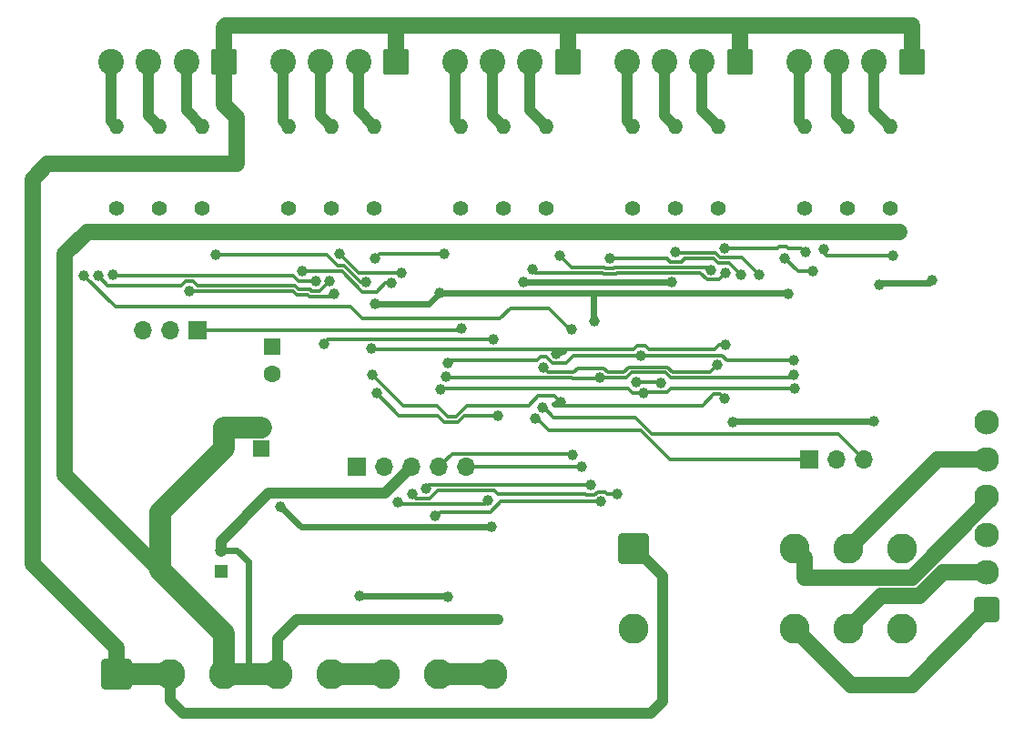
<source format=gbr>
%TF.GenerationSoftware,KiCad,Pcbnew,9.0.0*%
%TF.CreationDate,2025-03-26T17:15:45-07:00*%
%TF.ProjectId,SMRRC_SwitchAndSignal,534d5252-435f-4537-9769-746368416e64,n/c*%
%TF.SameCoordinates,Original*%
%TF.FileFunction,Copper,L2,Bot*%
%TF.FilePolarity,Positive*%
%FSLAX46Y46*%
G04 Gerber Fmt 4.6, Leading zero omitted, Abs format (unit mm)*
G04 Created by KiCad (PCBNEW 9.0.0) date 2025-03-26 17:15:45*
%MOMM*%
%LPD*%
G01*
G04 APERTURE LIST*
G04 Aperture macros list*
%AMRoundRect*
0 Rectangle with rounded corners*
0 $1 Rounding radius*
0 $2 $3 $4 $5 $6 $7 $8 $9 X,Y pos of 4 corners*
0 Add a 4 corners polygon primitive as box body*
4,1,4,$2,$3,$4,$5,$6,$7,$8,$9,$2,$3,0*
0 Add four circle primitives for the rounded corners*
1,1,$1+$1,$2,$3*
1,1,$1+$1,$4,$5*
1,1,$1+$1,$6,$7*
1,1,$1+$1,$8,$9*
0 Add four rect primitives between the rounded corners*
20,1,$1+$1,$2,$3,$4,$5,0*
20,1,$1+$1,$4,$5,$6,$7,0*
20,1,$1+$1,$6,$7,$8,$9,0*
20,1,$1+$1,$8,$9,$2,$3,0*%
G04 Aperture macros list end*
%TA.AperFunction,ComponentPad*%
%ADD10C,1.400000*%
%TD*%
%TA.AperFunction,ComponentPad*%
%ADD11O,1.400000X1.400000*%
%TD*%
%TA.AperFunction,ComponentPad*%
%ADD12C,2.800000*%
%TD*%
%TA.AperFunction,ComponentPad*%
%ADD13RoundRect,0.250000X-1.150000X-1.150000X1.150000X-1.150000X1.150000X1.150000X-1.150000X1.150000X0*%
%TD*%
%TA.AperFunction,ComponentPad*%
%ADD14RoundRect,0.250001X0.949999X0.949999X-0.949999X0.949999X-0.949999X-0.949999X0.949999X-0.949999X0*%
%TD*%
%TA.AperFunction,ComponentPad*%
%ADD15C,2.400000*%
%TD*%
%TA.AperFunction,ComponentPad*%
%ADD16RoundRect,0.250001X0.899999X-0.899999X0.899999X0.899999X-0.899999X0.899999X-0.899999X-0.899999X0*%
%TD*%
%TA.AperFunction,ComponentPad*%
%ADD17C,2.300000*%
%TD*%
%TA.AperFunction,ComponentPad*%
%ADD18RoundRect,0.250001X-1.149999X-1.149999X1.149999X-1.149999X1.149999X1.149999X-1.149999X1.149999X0*%
%TD*%
%TA.AperFunction,ComponentPad*%
%ADD19R,1.700000X1.700000*%
%TD*%
%TA.AperFunction,ComponentPad*%
%ADD20O,1.700000X1.700000*%
%TD*%
%TA.AperFunction,ComponentPad*%
%ADD21R,1.600000X1.600000*%
%TD*%
%TA.AperFunction,ComponentPad*%
%ADD22C,1.600000*%
%TD*%
%TA.AperFunction,ComponentPad*%
%ADD23R,1.200000X1.200000*%
%TD*%
%TA.AperFunction,ComponentPad*%
%ADD24C,1.200000*%
%TD*%
%TA.AperFunction,ViaPad*%
%ADD25C,1.000000*%
%TD*%
%TA.AperFunction,ViaPad*%
%ADD26C,1.200000*%
%TD*%
%TA.AperFunction,Conductor*%
%ADD27C,0.300000*%
%TD*%
%TA.AperFunction,Conductor*%
%ADD28C,1.000000*%
%TD*%
%TA.AperFunction,Conductor*%
%ADD29C,0.600000*%
%TD*%
%TA.AperFunction,Conductor*%
%ADD30C,1.500000*%
%TD*%
%TA.AperFunction,Conductor*%
%ADD31C,2.000000*%
%TD*%
G04 APERTURE END LIST*
D10*
%TO.P,R21,1*%
%TO.N,Net-(U14-D1)*%
X76000000Y-93620000D03*
D11*
%TO.P,R21,2*%
%TO.N,Net-(J10-Pin_4)*%
X76000000Y-86000000D03*
%TD*%
D10*
%TO.P,R20,1*%
%TO.N,Net-(U13-D2)*%
X80000000Y-93620000D03*
D11*
%TO.P,R20,2*%
%TO.N,Net-(J10-Pin_3)*%
X80000000Y-86000000D03*
%TD*%
D10*
%TO.P,R19,1*%
%TO.N,Net-(U13-D1)*%
X84000000Y-93620000D03*
D11*
%TO.P,R19,2*%
%TO.N,Net-(J10-Pin_2)*%
X84000000Y-86000000D03*
%TD*%
D10*
%TO.P,R18,1*%
%TO.N,Net-(U12-D2)*%
X92000000Y-93620000D03*
D11*
%TO.P,R18,2*%
%TO.N,Net-(J9-Pin_4)*%
X92000000Y-86000000D03*
%TD*%
D10*
%TO.P,R17,1*%
%TO.N,Net-(U12-D1)*%
X96000000Y-93620000D03*
D11*
%TO.P,R17,2*%
%TO.N,Net-(J9-Pin_3)*%
X96000000Y-86000000D03*
%TD*%
D10*
%TO.P,R16,1*%
%TO.N,Net-(U11-D2)*%
X100000000Y-93620000D03*
D11*
%TO.P,R16,2*%
%TO.N,Net-(J9-Pin_2)*%
X100000000Y-86000000D03*
%TD*%
D10*
%TO.P,R15,1*%
%TO.N,Net-(U11-D1)*%
X108000000Y-93620000D03*
D11*
%TO.P,R15,2*%
%TO.N,Net-(J8-Pin_4)*%
X108000000Y-86000000D03*
%TD*%
D10*
%TO.P,R14,1*%
%TO.N,Net-(U10-D2)*%
X112000000Y-93620000D03*
D11*
%TO.P,R14,2*%
%TO.N,Net-(J8-Pin_3)*%
X112000000Y-86000000D03*
%TD*%
D10*
%TO.P,R13,1*%
%TO.N,Net-(U10-D1)*%
X116000000Y-93620000D03*
D11*
%TO.P,R13,2*%
%TO.N,Net-(J8-Pin_2)*%
X116000000Y-86000000D03*
%TD*%
D10*
%TO.P,R12,1*%
%TO.N,Net-(U9-D2)*%
X124000000Y-93620000D03*
D11*
%TO.P,R12,2*%
%TO.N,Net-(J7-Pin_4)*%
X124000000Y-86000000D03*
%TD*%
D10*
%TO.P,R11,1*%
%TO.N,Net-(U9-D1)*%
X128000000Y-93620000D03*
D11*
%TO.P,R11,2*%
%TO.N,Net-(J7-Pin_3)*%
X128000000Y-86000000D03*
%TD*%
D10*
%TO.P,R10,1*%
%TO.N,Net-(U8-D2)*%
X132000000Y-93620000D03*
D11*
%TO.P,R10,2*%
%TO.N,Net-(J7-Pin_2)*%
X132000000Y-86000000D03*
%TD*%
D10*
%TO.P,R9,1*%
%TO.N,Net-(U8-D1)*%
X140000000Y-93620000D03*
D11*
%TO.P,R9,2*%
%TO.N,Net-(J6-Pin_4)*%
X140000000Y-86000000D03*
%TD*%
D10*
%TO.P,R8,1*%
%TO.N,Net-(U7-D2)*%
X144000000Y-93620000D03*
D11*
%TO.P,R8,2*%
%TO.N,Net-(J6-Pin_3)*%
X144000000Y-86000000D03*
%TD*%
D10*
%TO.P,R7,1*%
%TO.N,Net-(U7-D1)*%
X148000000Y-93620000D03*
D11*
%TO.P,R7,2*%
%TO.N,Net-(J6-Pin_2)*%
X148000000Y-86000000D03*
%TD*%
D12*
%TO.P,K1,11*%
%TO.N,2C*%
X144122206Y-125250000D03*
%TO.P,K1,12*%
%TO.N,2N*%
X139122206Y-125250000D03*
%TO.P,K1,14*%
%TO.N,2R*%
X149122206Y-125250000D03*
%TO.P,K1,21*%
%TO.N,1C*%
X144122206Y-132750000D03*
%TO.P,K1,22*%
%TO.N,1N*%
X139122206Y-132750000D03*
%TO.P,K1,24*%
%TO.N,1R*%
X149122206Y-132750000D03*
D13*
%TO.P,K1,A1*%
%TO.N,+12V*%
X124122206Y-125250000D03*
D12*
%TO.P,K1,A2*%
%TO.N,K1*%
X124122206Y-132750000D03*
%TD*%
D14*
%TO.P,J10,1,Pin_1*%
%TO.N,+12V*%
X86000000Y-80000000D03*
D15*
%TO.P,J10,2,Pin_2*%
%TO.N,Net-(J10-Pin_2)*%
X82500000Y-80000000D03*
%TO.P,J10,3,Pin_3*%
%TO.N,Net-(J10-Pin_3)*%
X79000000Y-80000000D03*
%TO.P,J10,4,Pin_4*%
%TO.N,Net-(J10-Pin_4)*%
X75500000Y-80000000D03*
%TD*%
D14*
%TO.P,J9,1,Pin_1*%
%TO.N,+12V*%
X102000000Y-80000000D03*
D15*
%TO.P,J9,2,Pin_2*%
%TO.N,Net-(J9-Pin_2)*%
X98500000Y-80000000D03*
%TO.P,J9,3,Pin_3*%
%TO.N,Net-(J9-Pin_3)*%
X95000000Y-80000000D03*
%TO.P,J9,4,Pin_4*%
%TO.N,Net-(J9-Pin_4)*%
X91500000Y-80000000D03*
%TD*%
D14*
%TO.P,J8,1,Pin_1*%
%TO.N,+12V*%
X118000000Y-80000000D03*
D15*
%TO.P,J8,2,Pin_2*%
%TO.N,Net-(J8-Pin_2)*%
X114500000Y-80000000D03*
%TO.P,J8,3,Pin_3*%
%TO.N,Net-(J8-Pin_3)*%
X111000000Y-80000000D03*
%TO.P,J8,4,Pin_4*%
%TO.N,Net-(J8-Pin_4)*%
X107500000Y-80000000D03*
%TD*%
D14*
%TO.P,J7,1,Pin_1*%
%TO.N,+12V*%
X134000000Y-80000000D03*
D15*
%TO.P,J7,2,Pin_2*%
%TO.N,Net-(J7-Pin_2)*%
X130500000Y-80000000D03*
%TO.P,J7,3,Pin_3*%
%TO.N,Net-(J7-Pin_3)*%
X127000000Y-80000000D03*
%TO.P,J7,4,Pin_4*%
%TO.N,Net-(J7-Pin_4)*%
X123500000Y-80000000D03*
%TD*%
D14*
%TO.P,J6,1,Pin_1*%
%TO.N,+12V*%
X150000000Y-80000000D03*
D15*
%TO.P,J6,2,Pin_2*%
%TO.N,Net-(J6-Pin_2)*%
X146500000Y-80000000D03*
%TO.P,J6,3,Pin_3*%
%TO.N,Net-(J6-Pin_3)*%
X143000000Y-80000000D03*
%TO.P,J6,4,Pin_4*%
%TO.N,Net-(J6-Pin_4)*%
X139500000Y-80000000D03*
%TD*%
D16*
%TO.P,J5,1,Pin_1*%
%TO.N,1N*%
X157000000Y-131000000D03*
D17*
%TO.P,J5,2,Pin_2*%
%TO.N,1C*%
X157000000Y-127500000D03*
%TO.P,J5,3,Pin_3*%
%TO.N,1R*%
X157000000Y-124000000D03*
%TO.P,J5,4,Pin_4*%
%TO.N,2N*%
X157000000Y-120500000D03*
%TO.P,J5,5,Pin_5*%
%TO.N,2C*%
X157000000Y-117000000D03*
%TO.P,J5,6,Pin_6*%
%TO.N,2R*%
X157000000Y-113500000D03*
%TD*%
D18*
%TO.P,J4,1,Pin_1*%
%TO.N,+12V*%
X76000000Y-137000000D03*
D12*
%TO.P,J4,2,Pin_2*%
X81000000Y-137000000D03*
%TO.P,J4,3,Pin_3*%
%TO.N,GND*%
X86000000Y-137000000D03*
%TO.P,J4,4,Pin_4*%
X91000000Y-137000000D03*
%TO.P,J4,5,Pin_5*%
%TO.N,Net-(J4-Pin_5)*%
X96000000Y-137000000D03*
%TO.P,J4,6,Pin_6*%
X101000000Y-137000000D03*
%TO.P,J4,7,Pin_7*%
%TO.N,Net-(J4-Pin_7)*%
X106000000Y-137000000D03*
%TO.P,J4,8,Pin_8*%
X111000000Y-137000000D03*
%TD*%
D19*
%TO.P,J3,1,Pin_1*%
%TO.N,Net-(J3-Pin_1)*%
X83525000Y-105000000D03*
D20*
%TO.P,J3,2,Pin_2*%
%TO.N,+6V*%
X80985000Y-105000000D03*
%TO.P,J3,3,Pin_3*%
%TO.N,GND*%
X78445000Y-105000000D03*
%TD*%
D19*
%TO.P,J2,1,Pin_1*%
%TO.N,Net-(J2-Pin_1)*%
X140460000Y-117000000D03*
D20*
%TO.P,J2,2,Pin_2*%
%TO.N,GND*%
X143000000Y-117000000D03*
%TO.P,J2,3,Pin_3*%
%TO.N,Net-(J2-Pin_3)*%
X145540000Y-117000000D03*
%TD*%
D19*
%TO.P,J1,1,Pin_1*%
%TO.N,Net-(J1-Pin_1)*%
X98400000Y-117700000D03*
D20*
%TO.P,J1,2,Pin_2*%
%TO.N,+5V*%
X100940000Y-117700000D03*
%TO.P,J1,3,Pin_3*%
%TO.N,GND*%
X103480000Y-117700000D03*
%TO.P,J1,4,Pin_4*%
%TO.N,Net-(J1-Pin_4)*%
X106020000Y-117700000D03*
%TO.P,J1,5,Pin_5*%
%TO.N,Net-(J1-Pin_5)*%
X108560000Y-117700000D03*
%TD*%
D21*
%TO.P,C9,1*%
%TO.N,+6V*%
X90500000Y-106500000D03*
D22*
%TO.P,C9,2*%
%TO.N,GND*%
X90500000Y-109000000D03*
%TD*%
D21*
%TO.P,C2,1*%
%TO.N,Net-(D2-K)*%
X89500000Y-116000000D03*
D22*
%TO.P,C2,2*%
%TO.N,GND*%
X89500000Y-114000000D03*
%TD*%
D23*
%TO.P,C1,1*%
%TO.N,Net-(D1-K)*%
X85750000Y-127432500D03*
D24*
%TO.P,C1,2*%
%TO.N,GND*%
X85750000Y-125432500D03*
%TD*%
D25*
%TO.N,+5V*%
X91300000Y-121395000D03*
X110900000Y-123300000D03*
X146500000Y-113400000D03*
X133300000Y-113500000D03*
%TO.N,Net-(J2-Pin_3)*%
X115615058Y-112133404D03*
%TO.N,Net-(J2-Pin_1)*%
X114976704Y-113186498D03*
%TO.N,+5V*%
X113900000Y-100500000D03*
X127700000Y-100500000D03*
%TO.N,GND*%
X111500000Y-131900000D03*
%TO.N,+5V*%
X98600000Y-129700000D03*
X106800000Y-129800000D03*
D26*
%TO.N,GND*%
X129400000Y-95800000D03*
X122900000Y-95800000D03*
D25*
X120465000Y-104100000D03*
%TO.N,+5V*%
X147000000Y-100700000D03*
X151900000Y-100300000D03*
%TO.N,K1*%
X118366015Y-104884255D03*
X73000000Y-99900000D03*
%TO.N,Net-(J3-Pin_1)*%
X108100000Y-104800000D03*
%TO.N,GND*%
X100100000Y-102500000D03*
X106100000Y-101500000D03*
X138545000Y-101555000D03*
%TO.N,Net-(J1-Pin_1)*%
X111100000Y-105800000D03*
X95300000Y-106200000D03*
%TO.N,Net-(J1-Pin_4)*%
X118436397Y-116536397D03*
%TO.N,Net-(J1-Pin_5)*%
X119300000Y-117700000D03*
%TO.N,Net-(U3-RA2)*%
X126650000Y-109900000D03*
X124400000Y-109800000D03*
%TO.N,Net-(U3-RC0)*%
X125049114Y-110837381D03*
%TO.N,Net-(U3-RC1)*%
X120950000Y-109403124D03*
%TO.N,Net-(U3-RC2)*%
X124800000Y-107300000D03*
%TO.N,Net-(U3-RB4)*%
X120100000Y-119400000D03*
X104800000Y-119700000D03*
%TO.N,Net-(U3-RB5)*%
X121100000Y-120900000D03*
X105673554Y-122250000D03*
%TO.N,Net-(U3-RB6)*%
X122600000Y-120200000D03*
X103500000Y-120200000D03*
%TO.N,Net-(U3-RB7)*%
X110603447Y-120800000D03*
X102200000Y-121000000D03*
%TO.N,Net-(U3-RC7)*%
X116950000Y-107147481D03*
%TO.N,Net-(U3-RC6)*%
X117364443Y-111691557D03*
%TO.N,Net-(U3-RC4)*%
X111500000Y-112900000D03*
X100200000Y-110800000D03*
%TO.N,Net-(U3-RC0)*%
X106200000Y-110500000D03*
X139100000Y-110400000D03*
%TO.N,Net-(U3-RC1)*%
X106627180Y-109325255D03*
X139000000Y-109100000D03*
%TO.N,Net-(U3-RC2)*%
X106800000Y-108000000D03*
X139000000Y-107800000D03*
%TO.N,Net-(U3-RC6)*%
X99800000Y-109100000D03*
X132588369Y-111300000D03*
%TO.N,Net-(U3-RC3)*%
X115727159Y-108470864D03*
X131935039Y-108200000D03*
%TO.N,Net-(U3-RC7)*%
X99700000Y-106700000D03*
X132657703Y-106300994D03*
%TO.N,Net-(U5-Q1)*%
X141771067Y-97400465D03*
X148200000Y-98000000D03*
%TO.N,Net-(U5-Q3)*%
X138200000Y-98300000D03*
X140776792Y-99507211D03*
%TO.N,Net-(U5-Q2)*%
X140100000Y-97700000D03*
X132550000Y-97315876D03*
%TO.N,Net-(U5-Q5)*%
X135800000Y-99800000D03*
X128000000Y-97700000D03*
%TO.N,Net-(U5-Q4)*%
X121900000Y-98300000D03*
X134100000Y-99800000D03*
%TO.N,Net-(U10-G2)*%
X131343125Y-99361555D03*
X117233945Y-98000399D03*
%TO.N,Net-(U10-G1)*%
X114700000Y-99300000D03*
X132674745Y-99627180D03*
%TO.N,Net-(U11-G2)*%
X106500000Y-97900000D03*
X100100000Y-98300000D03*
%TO.N,Net-(U12-G2)*%
X96800000Y-97900000D03*
X102500000Y-99600000D03*
%TO.N,Net-(U12-G1)*%
X101600000Y-100600000D03*
X93300000Y-99500000D03*
%TO.N,Net-(U13-G2)*%
X85265825Y-97962958D03*
X99200000Y-100500000D03*
%TO.N,Net-(U13-G1)*%
X82800000Y-101300000D03*
X96226907Y-101573144D03*
%TO.N,Net-(U14-G2)*%
X75700000Y-99800000D03*
X94545462Y-100400000D03*
%TO.N,Net-(U14-G1)*%
X74300000Y-99900000D03*
X95795351Y-100400000D03*
D26*
%TO.N,GND*%
X143100000Y-95800000D03*
X138700000Y-95800000D03*
X133600000Y-95800000D03*
X117700000Y-95800000D03*
X113400000Y-95800000D03*
X107600000Y-95800000D03*
X102300000Y-95800000D03*
X97100000Y-95800000D03*
X92500000Y-95800000D03*
X86000000Y-95800000D03*
X81500000Y-95800000D03*
X77700000Y-95800000D03*
X148800000Y-95800000D03*
X73300000Y-95800000D03*
%TD*%
D27*
%TO.N,Net-(U3-RC2)*%
X124800000Y-107300000D02*
X118561119Y-107300000D01*
X118561119Y-107300000D02*
X117813638Y-108047481D01*
X115993329Y-107463603D02*
X115463603Y-107463603D01*
X117813638Y-108047481D02*
X116577207Y-108047481D01*
X116577207Y-108047481D02*
X115993329Y-107463603D01*
X115463603Y-107463603D02*
X115127207Y-107800000D01*
X107000000Y-107800000D02*
X106800000Y-108000000D01*
X115127207Y-107800000D02*
X107000000Y-107800000D01*
%TO.N,Net-(U3-RC3)*%
X123720101Y-108400000D02*
X123220101Y-108900000D01*
%TO.N,Net-(U3-RB5)*%
X121100000Y-120900000D02*
X111776240Y-120900000D01*
D28*
%TO.N,GND*%
X101035000Y-120145000D02*
X103480000Y-117700000D01*
X85750000Y-125432500D02*
X85750000Y-124583972D01*
X85750000Y-124583972D02*
X90188972Y-120145000D01*
X90188972Y-120145000D02*
X101035000Y-120145000D01*
D27*
%TO.N,Net-(J2-Pin_1)*%
X116224346Y-114300000D02*
X115121639Y-113197293D01*
%TO.N,Net-(U3-RB5)*%
X106200000Y-121900000D02*
X105850000Y-122250000D01*
%TO.N,Net-(U3-RC6)*%
X108613793Y-111959000D02*
X114368207Y-111959000D01*
X116689368Y-111926000D02*
X116689368Y-111849578D01*
%TO.N,Net-(U3-RC7)*%
X99800000Y-106700000D02*
X99841000Y-106741000D01*
%TO.N,Net-(J2-Pin_3)*%
X115620205Y-112128257D02*
X115615058Y-112133404D01*
X115627036Y-112114803D02*
X115624762Y-112114803D01*
%TO.N,Net-(U3-RC6)*%
X117313973Y-111719326D02*
X117336674Y-111719326D01*
%TO.N,K1*%
X98900000Y-103900000D02*
X111700000Y-103900000D01*
X97800000Y-102800000D02*
X98900000Y-103900000D01*
%TO.N,Net-(U3-RC1)*%
X120696876Y-109403124D02*
X120950000Y-109403124D01*
%TO.N,Net-(U3-RC3)*%
X123220101Y-108900000D02*
X121719669Y-108900000D01*
%TO.N,K1*%
X111700000Y-103900000D02*
X112700000Y-102900000D01*
%TO.N,Net-(U3-RC1)*%
X118420101Y-109500000D02*
X120600000Y-109500000D01*
%TO.N,Net-(U3-RC7)*%
X117479925Y-107108401D02*
X117458106Y-107130220D01*
%TO.N,Net-(J2-Pin_1)*%
X127492894Y-117000000D02*
X124792894Y-114300000D01*
%TO.N,Net-(U3-RC6)*%
X115227207Y-111100000D02*
X116772886Y-111100000D01*
X131600000Y-110900000D02*
X130541000Y-111959000D01*
%TO.N,Net-(U3-RC7)*%
X117693350Y-107108401D02*
X117479925Y-107108401D01*
X116950000Y-107147481D02*
X117035679Y-107147481D01*
X99841000Y-106741000D02*
X117675048Y-106741000D01*
%TO.N,Net-(U3-RB5)*%
X105850000Y-122250000D02*
X105673554Y-122250000D01*
X110776240Y-121900000D02*
X106200000Y-121900000D01*
%TO.N,Net-(J2-Pin_1)*%
X124792894Y-114300000D02*
X116224346Y-114300000D01*
%TO.N,Net-(U3-RC7)*%
X99700000Y-106700000D02*
X99800000Y-106700000D01*
%TO.N,Net-(U3-RC1)*%
X123427207Y-109400000D02*
X120953124Y-109400000D01*
%TO.N,Net-(U3-RC6)*%
X105786207Y-111959000D02*
X106827207Y-113000000D01*
%TO.N,Net-(U3-RC7)*%
X132657703Y-106300994D02*
X132091900Y-106300994D01*
%TO.N,Net-(J2-Pin_3)*%
X115620205Y-112119360D02*
X115620205Y-112128257D01*
%TO.N,Net-(U3-RC6)*%
X130541000Y-111959000D02*
X116722368Y-111959000D01*
%TO.N,Net-(J2-Pin_3)*%
X145540000Y-117000000D02*
X143200000Y-114660000D01*
%TO.N,Net-(J2-Pin_1)*%
X140460000Y-117000000D02*
X127492894Y-117000000D01*
%TO.N,Net-(U3-RC7)*%
X116950000Y-107147481D02*
X117035679Y-107147481D01*
%TO.N,Net-(J2-Pin_3)*%
X116700000Y-113100000D02*
X115711565Y-112111565D01*
%TO.N,Net-(U3-RC6)*%
X102659000Y-111959000D02*
X105786207Y-111959000D01*
%TO.N,K1*%
X118223304Y-104884255D02*
X118366015Y-104884255D01*
%TO.N,Net-(U3-RC6)*%
X132188369Y-110900000D02*
X131600000Y-110900000D01*
%TO.N,Net-(J2-Pin_3)*%
X125800000Y-114600000D02*
X124300000Y-113100000D01*
%TO.N,K1*%
X73000000Y-99900000D02*
X75900000Y-102800000D01*
%TO.N,Net-(U3-RC7)*%
X117639220Y-106741000D02*
X117250000Y-107130220D01*
%TO.N,Net-(U3-RC6)*%
X116788636Y-111750310D02*
X116788636Y-111729267D01*
%TO.N,Net-(J2-Pin_3)*%
X143200000Y-114660000D02*
X143200000Y-114600000D01*
%TO.N,Net-(U3-RC1)*%
X106701925Y-109400000D02*
X118320100Y-109400000D01*
X120953124Y-109400000D02*
X120950000Y-109403124D01*
%TO.N,Net-(J2-Pin_3)*%
X143200000Y-114600000D02*
X125800000Y-114600000D01*
%TO.N,Net-(U3-RC6)*%
X114368207Y-111959000D02*
X115227207Y-111100000D01*
X117245104Y-111643796D02*
X117300642Y-111699334D01*
%TO.N,Net-(U3-RC7)*%
X125513793Y-106741000D02*
X125172793Y-106400000D01*
%TO.N,Net-(U3-RB5)*%
X111776240Y-120900000D02*
X110776240Y-121900000D01*
%TO.N,Net-(U3-RC1)*%
X123927207Y-108900000D02*
X123427207Y-109400000D01*
%TO.N,Net-(J2-Pin_3)*%
X124300000Y-113100000D02*
X116700000Y-113100000D01*
%TO.N,Net-(U3-RC7)*%
X124427207Y-106400000D02*
X124086207Y-106741000D01*
X132091900Y-106300994D02*
X131651894Y-106741000D01*
%TO.N,Net-(J2-Pin_1)*%
X115024512Y-113197293D02*
X115016005Y-113205800D01*
%TO.N,Net-(J2-Pin_3)*%
X115630274Y-112111565D02*
X115627036Y-112114803D01*
%TO.N,Net-(U3-RC7)*%
X117458106Y-107130220D02*
X117052940Y-107130220D01*
%TO.N,Net-(U3-RC6)*%
X117300642Y-111699334D02*
X117300642Y-111705995D01*
%TO.N,Net-(U3-RC7)*%
X124086207Y-106741000D02*
X117639220Y-106741000D01*
%TO.N,K1*%
X75900000Y-102800000D02*
X97800000Y-102800000D01*
%TO.N,Net-(U3-RC6)*%
X106827207Y-113000000D02*
X107572793Y-113000000D01*
%TO.N,Net-(U3-RC3)*%
X116156295Y-108900000D02*
X115727159Y-108470864D01*
D29*
%TO.N,+5V*%
X93205000Y-123300000D02*
X91300000Y-121395000D01*
D27*
%TO.N,Net-(U3-RC7)*%
X117035679Y-107147481D02*
X117052940Y-107130220D01*
%TO.N,Net-(J2-Pin_1)*%
X115121639Y-113197293D02*
X115024512Y-113197293D01*
%TO.N,K1*%
X112700000Y-102900000D02*
X116239049Y-102900000D01*
%TO.N,Net-(U3-RC3)*%
X118924083Y-108503124D02*
X118527207Y-108900000D01*
%TO.N,Net-(U3-RC7)*%
X117675048Y-106741000D02*
X117766246Y-106832198D01*
%TO.N,Net-(U3-RC6)*%
X116772886Y-111100000D02*
X117364443Y-111691557D01*
%TO.N,Net-(U3-RC7)*%
X117035679Y-107147481D02*
X117052940Y-107130220D01*
%TO.N,Net-(U3-RC6)*%
X107572793Y-113000000D02*
X108613793Y-111959000D01*
%TO.N,Net-(U3-RC3)*%
X121719669Y-108900000D02*
X121322793Y-108503124D01*
%TO.N,Net-(U3-RC6)*%
X99800000Y-109100000D02*
X102659000Y-111959000D01*
%TO.N,Net-(J2-Pin_1)*%
X115016005Y-113218393D02*
X115015589Y-113218809D01*
%TO.N,Net-(J2-Pin_3)*%
X115624762Y-112114803D02*
X115620205Y-112119360D01*
%TO.N,Net-(U3-RC7)*%
X131651894Y-106741000D02*
X125513793Y-106741000D01*
%TO.N,Net-(U3-RC6)*%
X117336674Y-111719326D02*
X117364443Y-111691557D01*
%TO.N,Net-(U3-RC1)*%
X120600000Y-109500000D02*
X120696876Y-109403124D01*
%TO.N,Net-(U3-RC7)*%
X117766246Y-106832198D02*
X117766246Y-107035505D01*
%TO.N,Net-(U3-RC6)*%
X116874107Y-111643796D02*
X117245104Y-111643796D01*
X132588369Y-111300000D02*
X132188369Y-110900000D01*
%TO.N,Net-(U3-RC1)*%
X139000000Y-109100000D02*
X138700000Y-109400000D01*
%TO.N,Net-(U3-RC7)*%
X117766246Y-107035505D02*
X117693350Y-107108401D01*
%TO.N,Net-(J2-Pin_1)*%
X115009015Y-113218809D02*
X114976704Y-113186498D01*
%TO.N,Net-(U3-RC3)*%
X121322793Y-108503124D02*
X118924083Y-108503124D01*
%TO.N,Net-(U3-RC1)*%
X138700000Y-109400000D02*
X127572793Y-109400000D01*
%TO.N,Net-(U3-RC6)*%
X116722368Y-111959000D02*
X116689368Y-111926000D01*
%TO.N,Net-(U3-RC3)*%
X127279899Y-108400000D02*
X123720101Y-108400000D01*
%TO.N,Net-(U3-RC1)*%
X127572793Y-109400000D02*
X127072793Y-108900000D01*
%TO.N,Net-(U3-RC6)*%
X117300642Y-111705995D02*
X117313973Y-111719326D01*
%TO.N,Net-(U3-RC1)*%
X106627180Y-109325255D02*
X106701925Y-109400000D01*
%TO.N,Net-(U3-RC3)*%
X118527207Y-108900000D02*
X116156295Y-108900000D01*
%TO.N,Net-(U3-RC7)*%
X125172793Y-106400000D02*
X124427207Y-106400000D01*
%TO.N,Net-(U3-RC6)*%
X116788636Y-111729267D02*
X116874107Y-111643796D01*
%TO.N,Net-(U3-RC1)*%
X127072793Y-108900000D02*
X123927207Y-108900000D01*
%TO.N,Net-(U3-RC7)*%
X117250000Y-107130220D02*
X117052940Y-107130220D01*
%TO.N,Net-(U3-RC3)*%
X131235039Y-108900000D02*
X127779899Y-108900000D01*
%TO.N,Net-(U3-RC1)*%
X118320100Y-109400000D02*
X118420101Y-109500000D01*
%TO.N,K1*%
X116239049Y-102900000D02*
X118223304Y-104884255D01*
%TO.N,Net-(U3-RC3)*%
X131935039Y-108200000D02*
X131235039Y-108900000D01*
%TO.N,Net-(J2-Pin_3)*%
X115711565Y-112111565D02*
X115630274Y-112111565D01*
%TO.N,Net-(U3-RC6)*%
X116689368Y-111849578D02*
X116788636Y-111750310D01*
%TO.N,Net-(U3-RC3)*%
X127779899Y-108900000D02*
X127279899Y-108400000D01*
%TO.N,Net-(J2-Pin_1)*%
X115015589Y-113218809D02*
X115009015Y-113218809D01*
X115016005Y-113205800D02*
X115016005Y-113218393D01*
D29*
%TO.N,+5V*%
X110900000Y-123300000D02*
X93205000Y-123300000D01*
X146500000Y-113400000D02*
X133400000Y-113400000D01*
X133400000Y-113400000D02*
X133300000Y-113500000D01*
D27*
%TO.N,Net-(U3-RC0)*%
X124064588Y-110837381D02*
X125049114Y-110837381D01*
%TO.N,Net-(U5-Q5)*%
X132177207Y-98215876D02*
X131761331Y-97800000D01*
%TO.N,Net-(U3-RC0)*%
X127211786Y-110761007D02*
X125125488Y-110761007D01*
X127572793Y-110400000D02*
X127211786Y-110761007D01*
X106200000Y-110500000D02*
X106300000Y-110400000D01*
X139100000Y-110400000D02*
X127572793Y-110400000D01*
X123627207Y-110400000D02*
X124064588Y-110837381D01*
%TO.N,Net-(U10-G2)*%
X118333546Y-99100000D02*
X121427207Y-99100000D01*
%TO.N,Net-(U5-Q5)*%
X128100000Y-97800000D02*
X128000000Y-97700000D01*
X134215876Y-98215876D02*
X132177207Y-98215876D01*
X131761331Y-97800000D02*
X128100000Y-97800000D01*
%TO.N,Net-(U3-RC0)*%
X125125488Y-110761007D02*
X125049114Y-110837381D01*
%TO.N,Net-(U10-G1)*%
X114700000Y-99300000D02*
X115000000Y-99600000D01*
%TO.N,Net-(U10-G2)*%
X122272792Y-99200000D02*
X122372793Y-99100000D01*
%TO.N,Net-(U5-Q4)*%
X133015876Y-98715876D02*
X134100000Y-99800000D01*
%TO.N,Net-(U10-G1)*%
X121220100Y-99600000D02*
X121320101Y-99700000D01*
X121320101Y-99700000D02*
X122479899Y-99700000D01*
%TO.N,Net-(U3-RC0)*%
X106300000Y-110400000D02*
X123627207Y-110400000D01*
%TO.N,Net-(U5-Q5)*%
X135800000Y-99800000D02*
X134215876Y-98215876D01*
%TO.N,Net-(U10-G1)*%
X122579899Y-99600000D02*
X130308777Y-99600000D01*
%TO.N,Net-(U10-G2)*%
X122372793Y-99100000D02*
X131081570Y-99100000D01*
%TO.N,Net-(U10-G1)*%
X130970332Y-100261555D02*
X132040370Y-100261555D01*
%TO.N,Net-(U5-Q4)*%
X128572793Y-98600000D02*
X128872793Y-98300000D01*
X127227207Y-98300000D02*
X127527207Y-98600000D01*
%TO.N,Net-(U10-G1)*%
X132040370Y-100261555D02*
X132674745Y-99627180D01*
%TO.N,Net-(U5-Q4)*%
X131554225Y-98300000D02*
X131970101Y-98715876D01*
%TO.N,Net-(U10-G2)*%
X117233945Y-98000399D02*
X118333546Y-99100000D01*
%TO.N,Net-(U10-G1)*%
X122479899Y-99700000D02*
X122579899Y-99600000D01*
%TO.N,Net-(U10-G2)*%
X121427207Y-99100000D02*
X121527207Y-99200000D01*
%TO.N,Net-(U10-G1)*%
X115000000Y-99600000D02*
X121220100Y-99600000D01*
%TO.N,Net-(U5-Q4)*%
X127527207Y-98600000D02*
X128572793Y-98600000D01*
X131970101Y-98715876D02*
X133015876Y-98715876D01*
D29*
%TO.N,+5V*%
X113900000Y-100500000D02*
X127700000Y-100500000D01*
D27*
%TO.N,Net-(U3-RA2)*%
X126550000Y-109800000D02*
X126650000Y-109900000D01*
%TO.N,Net-(U10-G2)*%
X121527207Y-99200000D02*
X122272792Y-99200000D01*
X131081570Y-99100000D02*
X131343125Y-99361555D01*
%TO.N,Net-(U5-Q4)*%
X121900000Y-98300000D02*
X127227207Y-98300000D01*
%TO.N,Net-(U3-RA2)*%
X124400000Y-109800000D02*
X126550000Y-109800000D01*
%TO.N,Net-(U5-Q4)*%
X128872793Y-98300000D02*
X131554225Y-98300000D01*
%TO.N,Net-(U10-G1)*%
X130308777Y-99600000D02*
X130970332Y-100261555D01*
D28*
%TO.N,GND*%
X92800000Y-131900000D02*
X91000000Y-133700000D01*
X111500000Y-131900000D02*
X92800000Y-131900000D01*
X91000000Y-133700000D02*
X91000000Y-137000000D01*
D29*
%TO.N,+5V*%
X98600000Y-129700000D02*
X106700000Y-129700000D01*
X106700000Y-129700000D02*
X106800000Y-129800000D01*
D30*
%TO.N,GND*%
X122900000Y-95800000D02*
X129400000Y-95800000D01*
X117700000Y-95800000D02*
X122900000Y-95800000D01*
D29*
X106100000Y-101500000D02*
X120400000Y-101500000D01*
X120400000Y-101500000D02*
X120400000Y-104035000D01*
X120400000Y-104035000D02*
X120465000Y-104100000D01*
%TO.N,+5V*%
X147100000Y-100600000D02*
X147000000Y-100700000D01*
X151900000Y-100300000D02*
X151600000Y-100600000D01*
X151600000Y-100600000D02*
X147100000Y-100600000D01*
D27*
%TO.N,Net-(J1-Pin_4)*%
X107220000Y-116500000D02*
X118400000Y-116500000D01*
X118400000Y-116500000D02*
X118436397Y-116536397D01*
X106020000Y-117700000D02*
X107220000Y-116500000D01*
D30*
%TO.N,GND*%
X73300000Y-95800000D02*
X71200000Y-97900000D01*
X71200000Y-97900000D02*
X71200000Y-118400000D01*
X71200000Y-118400000D02*
X80100000Y-127300000D01*
D27*
%TO.N,Net-(U3-RC4)*%
X102300000Y-112900000D02*
X100200000Y-110800000D01*
X105920101Y-112900000D02*
X102300000Y-112900000D01*
%TO.N,Net-(J3-Pin_1)*%
X83525000Y-105000000D02*
X107900000Y-105000000D01*
%TO.N,Net-(U3-RC4)*%
X107779900Y-113500000D02*
X106520101Y-113500000D01*
X108379900Y-112900000D02*
X107779900Y-113500000D01*
X111500000Y-112900000D02*
X108379900Y-112900000D01*
X106520101Y-113500000D02*
X105920101Y-112900000D01*
%TO.N,Net-(J3-Pin_1)*%
X107900000Y-105000000D02*
X108100000Y-104800000D01*
D29*
%TO.N,GND*%
X100100000Y-102500000D02*
X105100000Y-102500000D01*
X105100000Y-102500000D02*
X106100000Y-101500000D01*
D27*
%TO.N,Net-(U12-G1)*%
X100992894Y-100600000D02*
X101600000Y-100600000D01*
X98885788Y-101400000D02*
X100192894Y-101400000D01*
X93300000Y-99500000D02*
X96985788Y-99500000D01*
X100192894Y-101400000D02*
X100992894Y-100600000D01*
X96985788Y-99500000D02*
X98885788Y-101400000D01*
D29*
%TO.N,GND*%
X120400000Y-101500000D02*
X138490000Y-101500000D01*
X138490000Y-101500000D02*
X138545000Y-101555000D01*
D28*
%TO.N,+12V*%
X124122206Y-125250000D02*
X124250000Y-125250000D01*
X124250000Y-125250000D02*
X126800000Y-127800000D01*
X126800000Y-127800000D02*
X126800000Y-139500000D01*
X82200000Y-140600000D02*
X81000000Y-139400000D01*
X126800000Y-139500000D02*
X125700000Y-140600000D01*
X125700000Y-140600000D02*
X82200000Y-140600000D01*
X81000000Y-139400000D02*
X81000000Y-137000000D01*
D30*
X86000000Y-80000000D02*
X86000000Y-84000000D01*
X86000000Y-84000000D02*
X87200000Y-85200000D01*
X87200000Y-85200000D02*
X87200000Y-89500000D01*
X87200000Y-89500000D02*
X69600000Y-89500000D01*
X69600000Y-89500000D02*
X68200000Y-90900000D01*
X68200000Y-90900000D02*
X68200000Y-126700000D01*
X68200000Y-126700000D02*
X76000000Y-134500000D01*
X76000000Y-134500000D02*
X76000000Y-137000000D01*
X150000000Y-76600000D02*
X134100000Y-76600000D01*
X134000000Y-76700000D02*
X134100000Y-76600000D01*
X134000000Y-80000000D02*
X134000000Y-76700000D01*
X134100000Y-76600000D02*
X118200000Y-76600000D01*
X118000000Y-76800000D02*
X118200000Y-76600000D01*
X118000000Y-80000000D02*
X118000000Y-76800000D01*
X118200000Y-76600000D02*
X101700000Y-76600000D01*
X102000000Y-80000000D02*
X102000000Y-76900000D01*
X102000000Y-76900000D02*
X101700000Y-76600000D01*
X150000000Y-80000000D02*
X150000000Y-76600000D01*
X101700000Y-76600000D02*
X86200000Y-76600000D01*
X86200000Y-76600000D02*
X86000000Y-76800000D01*
X86000000Y-76800000D02*
X86000000Y-80000000D01*
D27*
%TO.N,Net-(U5-Q3)*%
X140776792Y-99507211D02*
X139407211Y-99507211D01*
X139407211Y-99507211D02*
X138200000Y-98300000D01*
%TO.N,Net-(U5-Q1)*%
X141771067Y-97505301D02*
X141771067Y-97400465D01*
X148200000Y-98000000D02*
X142100000Y-98000000D01*
X141788369Y-97688369D02*
X141788369Y-97522603D01*
X142100000Y-98000000D02*
X141788369Y-97688369D01*
X141788369Y-97522603D02*
X141771067Y-97505301D01*
%TO.N,Net-(J1-Pin_1)*%
X111100000Y-105800000D02*
X95700000Y-105800000D01*
X95700000Y-105800000D02*
X95300000Y-106200000D01*
%TO.N,Net-(J1-Pin_5)*%
X119300000Y-117700000D02*
X108560000Y-117700000D01*
%TO.N,Net-(U3-RC2)*%
X132307832Y-107300000D02*
X124800000Y-107300000D01*
%TO.N,Net-(U3-RB6)*%
X105872793Y-119900000D02*
X105172793Y-120600000D01*
X119627207Y-120200000D02*
X111492893Y-120200000D01*
X120772793Y-120000000D02*
X120472793Y-120300000D01*
X103900000Y-120600000D02*
X103500000Y-120200000D01*
X105172793Y-120600000D02*
X103900000Y-120600000D01*
X120472793Y-120300000D02*
X119727207Y-120300000D01*
X121672793Y-120200000D02*
X121472793Y-120000000D01*
X122600000Y-120200000D02*
X121672793Y-120200000D01*
X111192893Y-119900000D02*
X105872793Y-119900000D01*
%TO.N,Net-(U3-RB7)*%
X102300000Y-121100000D02*
X110303447Y-121100000D01*
%TO.N,Net-(U3-RB6)*%
X119727207Y-120300000D02*
X119627207Y-120200000D01*
X121472793Y-120000000D02*
X120772793Y-120000000D01*
X111492893Y-120200000D02*
X111192893Y-119900000D01*
%TO.N,Net-(U3-RB7)*%
X102200000Y-121000000D02*
X102300000Y-121100000D01*
X110303447Y-121100000D02*
X110603447Y-120800000D01*
%TO.N,Net-(U3-RB4)*%
X105100000Y-119400000D02*
X104800000Y-119700000D01*
X120100000Y-119400000D02*
X105100000Y-119400000D01*
%TO.N,Net-(U3-RC2)*%
X132807832Y-107800000D02*
X132307832Y-107300000D01*
X139000000Y-107800000D02*
X132807832Y-107800000D01*
%TO.N,Net-(U5-Q2)*%
X132550000Y-97315876D02*
X137511331Y-97315876D01*
X137511331Y-97315876D02*
X137627207Y-97200000D01*
X137627207Y-97200000D02*
X138372793Y-97200000D01*
X138488669Y-97315876D02*
X139715876Y-97315876D01*
X139715876Y-97315876D02*
X140100000Y-97700000D01*
X138372793Y-97200000D02*
X138488669Y-97315876D01*
%TO.N,Net-(U13-G2)*%
X85265825Y-97962958D02*
X95590165Y-97962958D01*
%TO.N,Net-(U11-G2)*%
X100100000Y-98300000D02*
X100500000Y-97900000D01*
%TO.N,Net-(U13-G2)*%
X97192894Y-99000000D02*
X98692894Y-100500000D01*
X98692894Y-100500000D02*
X99200000Y-100500000D01*
X96627207Y-99000000D02*
X97192894Y-99000000D01*
X95590165Y-97962958D02*
X96627207Y-99000000D01*
%TO.N,Net-(U11-G2)*%
X100500000Y-97900000D02*
X106500000Y-97900000D01*
%TO.N,Net-(U12-G2)*%
X98500000Y-99600000D02*
X102500000Y-99600000D01*
X96800000Y-97900000D02*
X98500000Y-99600000D01*
%TO.N,Net-(U14-G1)*%
X75200000Y-100800000D02*
X82027207Y-100800000D01*
X74300000Y-99900000D02*
X75200000Y-100800000D01*
X94046065Y-101173396D02*
X94172669Y-101300000D01*
X82427207Y-100400000D02*
X83172793Y-100400000D01*
%TO.N,Net-(U13-G1)*%
X92786391Y-101673396D02*
X93838959Y-101673396D01*
%TO.N,Net-(U14-G1)*%
X82027207Y-100800000D02*
X82427207Y-100400000D01*
X94172669Y-101300000D02*
X94895351Y-101300000D01*
%TO.N,Net-(U14-G2)*%
X75700000Y-99800000D02*
X75800000Y-99900000D01*
%TO.N,Net-(U14-G1)*%
X92620101Y-100800000D02*
X92993497Y-101173396D01*
X94895351Y-101300000D02*
X95795351Y-100400000D01*
X92993497Y-101173396D02*
X94046065Y-101173396D01*
%TO.N,Net-(U13-G1)*%
X92412995Y-101300000D02*
X92786391Y-101673396D01*
%TO.N,Net-(U14-G1)*%
X83572793Y-100800000D02*
X92620101Y-100800000D01*
%TO.N,Net-(U14-G2)*%
X75800000Y-99900000D02*
X92427207Y-99900000D01*
%TO.N,Net-(U13-G1)*%
X93838959Y-101673396D02*
X93965563Y-101800000D01*
%TO.N,Net-(U14-G2)*%
X92927207Y-100400000D02*
X94545462Y-100400000D01*
X92427207Y-99900000D02*
X92927207Y-100400000D01*
%TO.N,Net-(U13-G1)*%
X93965563Y-101800000D02*
X96000051Y-101800000D01*
X82800000Y-101300000D02*
X92412995Y-101300000D01*
X96000051Y-101800000D02*
X96226907Y-101573144D01*
%TO.N,Net-(U14-G1)*%
X83172793Y-100400000D02*
X83572793Y-100800000D01*
D30*
%TO.N,GND*%
X138700000Y-95800000D02*
X143100000Y-95800000D01*
X143100000Y-95800000D02*
X148800000Y-95800000D01*
X129400000Y-95800000D02*
X133600000Y-95800000D01*
X113400000Y-95800000D02*
X117700000Y-95800000D01*
X133600000Y-95800000D02*
X138700000Y-95800000D01*
X102300000Y-95800000D02*
X107600000Y-95800000D01*
X97100000Y-95800000D02*
X102300000Y-95800000D01*
X92500000Y-95800000D02*
X97100000Y-95800000D01*
X86000000Y-95800000D02*
X92500000Y-95800000D01*
X107600000Y-95800000D02*
X113400000Y-95800000D01*
X77700000Y-95800000D02*
X81500000Y-95800000D01*
X73300000Y-95800000D02*
X77700000Y-95800000D01*
X81500000Y-95800000D02*
X86000000Y-95800000D01*
D31*
X86000000Y-137000000D02*
X86000000Y-133200000D01*
X80100000Y-127300000D02*
X80100000Y-121900000D01*
X86000000Y-133200000D02*
X80100000Y-127300000D01*
X80100000Y-121900000D02*
X86000000Y-116000000D01*
X86000000Y-116000000D02*
X86000000Y-114000000D01*
X86000000Y-114000000D02*
X89500000Y-114000000D01*
D29*
X85750000Y-125432500D02*
X87232500Y-125432500D01*
X88300000Y-136800000D02*
X88500000Y-137000000D01*
D31*
X86000000Y-137000000D02*
X88500000Y-137000000D01*
D29*
X87232500Y-125432500D02*
X88300000Y-126500000D01*
X88300000Y-126500000D02*
X88300000Y-136800000D01*
D30*
%TO.N,2C*%
X157000000Y-117000000D02*
X152372206Y-117000000D01*
X152372206Y-117000000D02*
X144122206Y-125250000D01*
%TO.N,1C*%
X147172206Y-129700000D02*
X144122206Y-132750000D01*
X152904164Y-127500000D02*
X150704163Y-129700000D01*
%TO.N,2N*%
X157000000Y-121000000D02*
X150000000Y-128000000D01*
X157000000Y-120500000D02*
X157000000Y-121000000D01*
%TO.N,1C*%
X157000000Y-127500000D02*
X152904164Y-127500000D01*
X150704163Y-129700000D02*
X147172206Y-129700000D01*
%TO.N,2N*%
X140000000Y-126127794D02*
X139122206Y-125250000D01*
X150000000Y-128000000D02*
X140000000Y-128000000D01*
X140000000Y-128000000D02*
X140000000Y-126127794D01*
%TO.N,1N*%
X157000000Y-131000000D02*
X150000000Y-138000000D01*
X144372206Y-138000000D02*
X139122206Y-132750000D01*
X150000000Y-138000000D02*
X144372206Y-138000000D01*
D31*
%TO.N,Net-(J4-Pin_7)*%
X106000000Y-137000000D02*
X111000000Y-137000000D01*
%TO.N,Net-(J4-Pin_5)*%
X96000000Y-137000000D02*
X101000000Y-137000000D01*
%TO.N,GND*%
X88500000Y-137000000D02*
X91000000Y-137000000D01*
%TO.N,+12V*%
X76000000Y-137000000D02*
X81000000Y-137000000D01*
D28*
%TO.N,Net-(J6-Pin_2)*%
X146500000Y-80000000D02*
X146500000Y-84500000D01*
X146500000Y-84500000D02*
X148000000Y-86000000D01*
%TO.N,Net-(J6-Pin_3)*%
X143000000Y-80000000D02*
X143000000Y-85000000D01*
X143000000Y-85000000D02*
X144000000Y-86000000D01*
%TO.N,Net-(J6-Pin_4)*%
X139500000Y-80000000D02*
X139500000Y-85500000D01*
X139500000Y-85500000D02*
X140000000Y-86000000D01*
%TO.N,Net-(J7-Pin_2)*%
X130500000Y-80000000D02*
X130500000Y-84500000D01*
X130500000Y-84500000D02*
X132000000Y-86000000D01*
%TO.N,Net-(J7-Pin_3)*%
X127000000Y-80000000D02*
X127000000Y-85000000D01*
X127000000Y-85000000D02*
X128000000Y-86000000D01*
%TO.N,Net-(J7-Pin_4)*%
X123500000Y-80000000D02*
X123500000Y-85500000D01*
X123500000Y-85500000D02*
X124000000Y-86000000D01*
%TO.N,Net-(J8-Pin_2)*%
X114500000Y-80000000D02*
X114500000Y-84500000D01*
X114500000Y-84500000D02*
X116000000Y-86000000D01*
%TO.N,Net-(J8-Pin_3)*%
X111000000Y-80000000D02*
X111000000Y-85000000D01*
X111000000Y-85000000D02*
X112000000Y-86000000D01*
%TO.N,Net-(J8-Pin_4)*%
X107500000Y-80000000D02*
X107500000Y-85500000D01*
X107500000Y-85500000D02*
X108000000Y-86000000D01*
%TO.N,Net-(J9-Pin_2)*%
X98500000Y-80000000D02*
X98500000Y-84500000D01*
X98500000Y-84500000D02*
X100000000Y-86000000D01*
%TO.N,Net-(J9-Pin_3)*%
X95000000Y-80000000D02*
X95000000Y-85000000D01*
X95000000Y-85000000D02*
X96000000Y-86000000D01*
%TO.N,Net-(J9-Pin_4)*%
X91500000Y-80000000D02*
X91500000Y-85500000D01*
X91500000Y-85500000D02*
X92000000Y-86000000D01*
%TO.N,Net-(J10-Pin_2)*%
X82500000Y-80000000D02*
X82500000Y-84500000D01*
X82500000Y-84500000D02*
X84000000Y-86000000D01*
%TO.N,Net-(J10-Pin_3)*%
X79000000Y-80000000D02*
X79000000Y-85000000D01*
X79000000Y-85000000D02*
X80000000Y-86000000D01*
%TO.N,Net-(J10-Pin_4)*%
X75500000Y-80000000D02*
X75500000Y-85500000D01*
X75500000Y-85500000D02*
X76000000Y-86000000D01*
%TD*%
M02*

</source>
